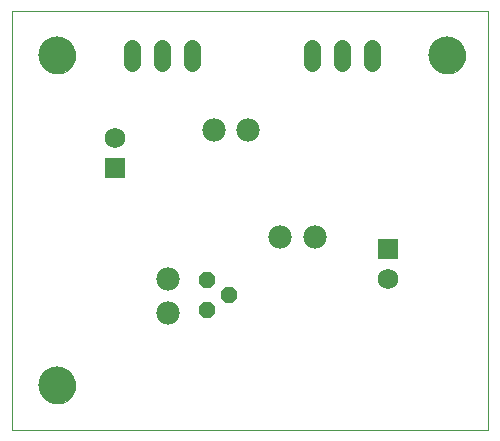
<source format=gbs>
G75*
%MOIN*%
%OFA0B0*%
%FSLAX24Y24*%
%IPPOS*%
%LPD*%
%AMOC8*
5,1,8,0,0,1.08239X$1,22.5*
%
%ADD10C,0.0000*%
%ADD11C,0.0780*%
%ADD12C,0.1240*%
%ADD13OC8,0.0560*%
%ADD14R,0.0690X0.0690*%
%ADD15C,0.0690*%
%ADD16C,0.0560*%
D10*
X000180Y000180D02*
X000180Y014176D01*
X016050Y014176D01*
X016050Y000180D01*
X000180Y000180D01*
X001080Y001680D02*
X001082Y001729D01*
X001088Y001777D01*
X001098Y001825D01*
X001112Y001872D01*
X001129Y001918D01*
X001150Y001962D01*
X001175Y002004D01*
X001203Y002044D01*
X001235Y002082D01*
X001269Y002117D01*
X001306Y002149D01*
X001345Y002178D01*
X001387Y002204D01*
X001431Y002226D01*
X001476Y002244D01*
X001523Y002259D01*
X001570Y002270D01*
X001619Y002277D01*
X001668Y002280D01*
X001717Y002279D01*
X001765Y002274D01*
X001814Y002265D01*
X001861Y002252D01*
X001907Y002235D01*
X001951Y002215D01*
X001994Y002191D01*
X002035Y002164D01*
X002073Y002133D01*
X002109Y002100D01*
X002141Y002064D01*
X002171Y002025D01*
X002198Y001984D01*
X002221Y001940D01*
X002240Y001895D01*
X002256Y001849D01*
X002268Y001802D01*
X002276Y001753D01*
X002280Y001704D01*
X002280Y001656D01*
X002276Y001607D01*
X002268Y001558D01*
X002256Y001511D01*
X002240Y001465D01*
X002221Y001420D01*
X002198Y001376D01*
X002171Y001335D01*
X002141Y001296D01*
X002109Y001260D01*
X002073Y001227D01*
X002035Y001196D01*
X001994Y001169D01*
X001951Y001145D01*
X001907Y001125D01*
X001861Y001108D01*
X001814Y001095D01*
X001765Y001086D01*
X001717Y001081D01*
X001668Y001080D01*
X001619Y001083D01*
X001570Y001090D01*
X001523Y001101D01*
X001476Y001116D01*
X001431Y001134D01*
X001387Y001156D01*
X001345Y001182D01*
X001306Y001211D01*
X001269Y001243D01*
X001235Y001278D01*
X001203Y001316D01*
X001175Y001356D01*
X001150Y001398D01*
X001129Y001442D01*
X001112Y001488D01*
X001098Y001535D01*
X001088Y001583D01*
X001082Y001631D01*
X001080Y001680D01*
X001080Y012680D02*
X001082Y012729D01*
X001088Y012777D01*
X001098Y012825D01*
X001112Y012872D01*
X001129Y012918D01*
X001150Y012962D01*
X001175Y013004D01*
X001203Y013044D01*
X001235Y013082D01*
X001269Y013117D01*
X001306Y013149D01*
X001345Y013178D01*
X001387Y013204D01*
X001431Y013226D01*
X001476Y013244D01*
X001523Y013259D01*
X001570Y013270D01*
X001619Y013277D01*
X001668Y013280D01*
X001717Y013279D01*
X001765Y013274D01*
X001814Y013265D01*
X001861Y013252D01*
X001907Y013235D01*
X001951Y013215D01*
X001994Y013191D01*
X002035Y013164D01*
X002073Y013133D01*
X002109Y013100D01*
X002141Y013064D01*
X002171Y013025D01*
X002198Y012984D01*
X002221Y012940D01*
X002240Y012895D01*
X002256Y012849D01*
X002268Y012802D01*
X002276Y012753D01*
X002280Y012704D01*
X002280Y012656D01*
X002276Y012607D01*
X002268Y012558D01*
X002256Y012511D01*
X002240Y012465D01*
X002221Y012420D01*
X002198Y012376D01*
X002171Y012335D01*
X002141Y012296D01*
X002109Y012260D01*
X002073Y012227D01*
X002035Y012196D01*
X001994Y012169D01*
X001951Y012145D01*
X001907Y012125D01*
X001861Y012108D01*
X001814Y012095D01*
X001765Y012086D01*
X001717Y012081D01*
X001668Y012080D01*
X001619Y012083D01*
X001570Y012090D01*
X001523Y012101D01*
X001476Y012116D01*
X001431Y012134D01*
X001387Y012156D01*
X001345Y012182D01*
X001306Y012211D01*
X001269Y012243D01*
X001235Y012278D01*
X001203Y012316D01*
X001175Y012356D01*
X001150Y012398D01*
X001129Y012442D01*
X001112Y012488D01*
X001098Y012535D01*
X001088Y012583D01*
X001082Y012631D01*
X001080Y012680D01*
X014080Y012680D02*
X014082Y012729D01*
X014088Y012777D01*
X014098Y012825D01*
X014112Y012872D01*
X014129Y012918D01*
X014150Y012962D01*
X014175Y013004D01*
X014203Y013044D01*
X014235Y013082D01*
X014269Y013117D01*
X014306Y013149D01*
X014345Y013178D01*
X014387Y013204D01*
X014431Y013226D01*
X014476Y013244D01*
X014523Y013259D01*
X014570Y013270D01*
X014619Y013277D01*
X014668Y013280D01*
X014717Y013279D01*
X014765Y013274D01*
X014814Y013265D01*
X014861Y013252D01*
X014907Y013235D01*
X014951Y013215D01*
X014994Y013191D01*
X015035Y013164D01*
X015073Y013133D01*
X015109Y013100D01*
X015141Y013064D01*
X015171Y013025D01*
X015198Y012984D01*
X015221Y012940D01*
X015240Y012895D01*
X015256Y012849D01*
X015268Y012802D01*
X015276Y012753D01*
X015280Y012704D01*
X015280Y012656D01*
X015276Y012607D01*
X015268Y012558D01*
X015256Y012511D01*
X015240Y012465D01*
X015221Y012420D01*
X015198Y012376D01*
X015171Y012335D01*
X015141Y012296D01*
X015109Y012260D01*
X015073Y012227D01*
X015035Y012196D01*
X014994Y012169D01*
X014951Y012145D01*
X014907Y012125D01*
X014861Y012108D01*
X014814Y012095D01*
X014765Y012086D01*
X014717Y012081D01*
X014668Y012080D01*
X014619Y012083D01*
X014570Y012090D01*
X014523Y012101D01*
X014476Y012116D01*
X014431Y012134D01*
X014387Y012156D01*
X014345Y012182D01*
X014306Y012211D01*
X014269Y012243D01*
X014235Y012278D01*
X014203Y012316D01*
X014175Y012356D01*
X014150Y012398D01*
X014129Y012442D01*
X014112Y012488D01*
X014098Y012535D01*
X014088Y012583D01*
X014082Y012631D01*
X014080Y012680D01*
D11*
X008050Y010180D03*
X006910Y010180D03*
X009130Y006630D03*
X010270Y006630D03*
X005380Y005220D03*
X005380Y004080D03*
D12*
X001680Y001680D03*
X001680Y012680D03*
X014680Y012680D03*
D13*
X006680Y005180D03*
X007430Y004680D03*
X006680Y004180D03*
D14*
X003630Y008930D03*
X012710Y006220D03*
D15*
X012710Y005220D03*
X003630Y009930D03*
D16*
X004180Y012420D02*
X004180Y012940D01*
X005180Y012940D02*
X005180Y012420D01*
X006180Y012420D02*
X006180Y012940D01*
X010180Y012940D02*
X010180Y012420D01*
X011180Y012420D02*
X011180Y012940D01*
X012180Y012940D02*
X012180Y012420D01*
M02*

</source>
